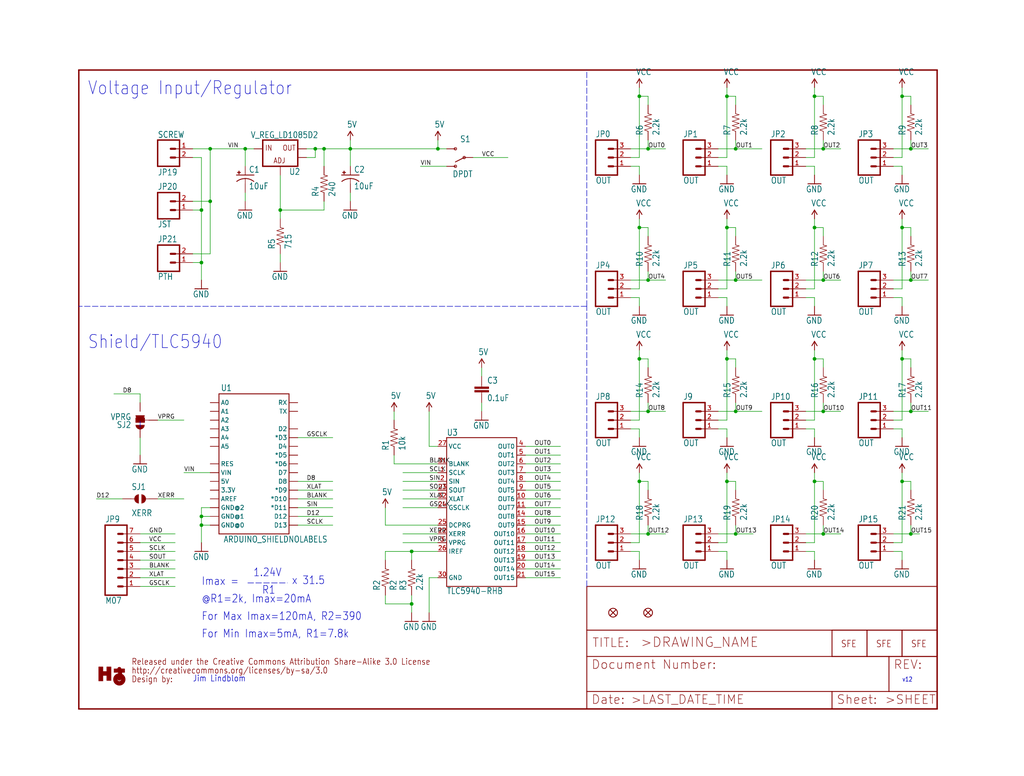
<source format=kicad_sch>
(kicad_sch (version 20211123) (generator eeschema)
  (paper "User" 297.002 225.196)
  (junction (at 261.62 66.04))
  (junction (at 101.6 43.18))
  (junction (at 60.96 43.18))
  (junction (at 71.12 43.18))
  (junction (at 264.16 43.18))
  (junction (at 261.62 139.7))
  (junction (at 210.82 27.94))
  (junction (at 236.22 104.14))
  (junction (at 213.36 154.94))
  (junction (at 236.22 66.04))
  (junction (at 185.42 27.94))
  (junction (at 185.42 104.14))
  (junction (at 236.22 139.7))
  (junction (at 213.36 119.38))
  (junction (at 264.16 119.38))
  (junction (at 58.42 60.96))
  (junction (at 127 43.18))
  (junction (at 238.76 43.18))
  (junction (at 264.16 154.94))
  (junction (at 58.42 149.86))
  (junction (at 91.44 43.18))
  (junction (at 187.96 43.18))
  (junction (at 261.62 27.94))
  (junction (at 187.96 154.94))
  (junction (at 58.42 152.4))
  (junction (at 93.98 43.18))
  (junction (at 119.38 175.26))
  (junction (at 185.42 66.04))
  (junction (at 58.42 76.2))
  (junction (at 81.28 60.96))
  (junction (at 187.96 119.38))
  (junction (at 60.96 58.42))
  (junction (at 185.42 139.7))
  (junction (at 236.22 27.94))
  (junction (at 210.82 104.14))
  (junction (at 210.82 139.7))
  (junction (at 238.76 119.38))
  (junction (at 261.62 104.14))
  (junction (at 238.76 154.94))
  (junction (at 119.38 160.02))
  (junction (at 187.96 81.28))
  (junction (at 213.36 43.18))
  (junction (at 213.36 81.28))
  (junction (at 264.16 81.28))
  (junction (at 238.76 81.28))
  (junction (at 210.82 66.04))
  (wire (pts (xy 233.68 83.82) (xy 236.22 83.82)))
  (polyline (pts (xy 170.18 170.18) (xy 170.18 88.9)))
  (wire (pts (xy 71.12 43.18) (xy 60.96 43.18)))
  (wire (pts (xy 238.76 142.24) (xy 238.76 139.7)))
  (wire (pts (xy 127 134.62) (xy 114.3 134.62)))
  (wire (pts (xy 185.42 83.82) (xy 185.42 66.04)))
  (polyline (pts (xy 170.18 88.9) (xy 170.18 20.32)))
  (wire (pts (xy 182.88 48.26) (xy 185.42 48.26)))
  (wire (pts (xy 264.16 152.4) (xy 264.16 154.94)))
  (wire (pts (xy 127 139.7) (xy 116.84 139.7)))
  (wire (pts (xy 264.16 78.74) (xy 264.16 81.28)))
  (wire (pts (xy 182.88 154.94) (xy 187.96 154.94)))
  (wire (pts (xy 259.08 86.36) (xy 261.62 86.36)))
  (wire (pts (xy 152.4 129.54) (xy 162.56 129.54)))
  (wire (pts (xy 71.12 43.18) (xy 71.12 48.26)))
  (wire (pts (xy 91.44 43.18) (xy 88.9 43.18)))
  (wire (pts (xy 182.88 43.18) (xy 187.96 43.18)))
  (wire (pts (xy 233.68 81.28) (xy 238.76 81.28)))
  (wire (pts (xy 208.28 83.82) (xy 210.82 83.82)))
  (wire (pts (xy 210.82 121.92) (xy 210.82 104.14)))
  (wire (pts (xy 264.16 104.14) (xy 261.62 104.14)))
  (wire (pts (xy 111.76 160.02) (xy 119.38 160.02)))
  (wire (pts (xy 187.96 154.94) (xy 193.04 154.94)))
  (wire (pts (xy 208.28 48.26) (xy 210.82 48.26)))
  (wire (pts (xy 127 142.24) (xy 116.84 142.24)))
  (wire (pts (xy 213.36 43.18) (xy 213.36 40.64)))
  (wire (pts (xy 127 157.48) (xy 116.84 157.48)))
  (wire (pts (xy 233.68 45.72) (xy 236.22 45.72)))
  (wire (pts (xy 208.28 43.18) (xy 213.36 43.18)))
  (wire (pts (xy 259.08 121.92) (xy 261.62 121.92)))
  (wire (pts (xy 185.42 124.46) (xy 185.42 127)))
  (wire (pts (xy 152.4 132.08) (xy 162.56 132.08)))
  (wire (pts (xy 58.42 60.96) (xy 58.42 76.2)))
  (wire (pts (xy 127 160.02) (xy 119.38 160.02)))
  (wire (pts (xy 152.4 134.62) (xy 162.56 134.62)))
  (wire (pts (xy 264.16 119.38) (xy 269.24 119.38)))
  (wire (pts (xy 213.36 139.7) (xy 210.82 139.7)))
  (wire (pts (xy 187.96 139.7) (xy 185.42 139.7)))
  (wire (pts (xy 60.96 137.16) (xy 53.34 137.16)))
  (wire (pts (xy 71.12 58.42) (xy 71.12 55.88)))
  (wire (pts (xy 152.4 154.94) (xy 162.56 154.94)))
  (wire (pts (xy 45.72 144.78) (xy 53.34 144.78)))
  (wire (pts (xy 86.36 139.7) (xy 96.52 139.7)))
  (wire (pts (xy 238.76 152.4) (xy 238.76 154.94)))
  (wire (pts (xy 119.38 160.02) (xy 119.38 162.56)))
  (wire (pts (xy 261.62 83.82) (xy 261.62 66.04)))
  (wire (pts (xy 139.7 119.38) (xy 139.7 116.84)))
  (wire (pts (xy 60.96 58.42) (xy 60.96 43.18)))
  (wire (pts (xy 261.62 160.02) (xy 261.62 162.56)))
  (wire (pts (xy 259.08 83.82) (xy 261.62 83.82)))
  (wire (pts (xy 261.62 121.92) (xy 261.62 104.14)))
  (wire (pts (xy 213.36 27.94) (xy 210.82 27.94)))
  (wire (pts (xy 40.64 154.94) (xy 50.8 154.94)))
  (wire (pts (xy 114.3 119.38) (xy 114.3 121.92)))
  (wire (pts (xy 261.62 104.14) (xy 261.62 101.6)))
  (wire (pts (xy 264.16 106.68) (xy 264.16 104.14)))
  (wire (pts (xy 129.54 43.18) (xy 127 43.18)))
  (wire (pts (xy 40.64 170.18) (xy 50.8 170.18)))
  (wire (pts (xy 236.22 121.92) (xy 236.22 104.14)))
  (wire (pts (xy 152.4 162.56) (xy 162.56 162.56)))
  (wire (pts (xy 55.88 58.42) (xy 60.96 58.42)))
  (wire (pts (xy 261.62 48.26) (xy 261.62 50.8)))
  (wire (pts (xy 238.76 106.68) (xy 238.76 104.14)))
  (wire (pts (xy 60.96 73.66) (xy 60.96 58.42)))
  (wire (pts (xy 73.66 43.18) (xy 71.12 43.18)))
  (wire (pts (xy 187.96 119.38) (xy 187.96 116.84)))
  (wire (pts (xy 213.36 68.58) (xy 213.36 66.04)))
  (wire (pts (xy 185.42 27.94) (xy 185.42 25.4)))
  (wire (pts (xy 208.28 81.28) (xy 213.36 81.28)))
  (wire (pts (xy 86.36 147.32) (xy 96.52 147.32)))
  (wire (pts (xy 259.08 160.02) (xy 261.62 160.02)))
  (wire (pts (xy 127 129.54) (xy 124.46 129.54)))
  (wire (pts (xy 187.96 106.68) (xy 187.96 104.14)))
  (wire (pts (xy 213.36 78.74) (xy 213.36 81.28)))
  (wire (pts (xy 185.42 48.26) (xy 185.42 50.8)))
  (wire (pts (xy 213.36 154.94) (xy 218.44 154.94)))
  (wire (pts (xy 93.98 60.96) (xy 81.28 60.96)))
  (wire (pts (xy 187.96 43.18) (xy 193.04 43.18)))
  (wire (pts (xy 111.76 162.56) (xy 111.76 160.02)))
  (wire (pts (xy 152.4 160.02) (xy 162.56 160.02)))
  (wire (pts (xy 208.28 45.72) (xy 210.82 45.72)))
  (wire (pts (xy 185.42 139.7) (xy 185.42 137.16)))
  (wire (pts (xy 264.16 139.7) (xy 261.62 139.7)))
  (wire (pts (xy 236.22 157.48) (xy 236.22 139.7)))
  (wire (pts (xy 185.42 157.48) (xy 185.42 139.7)))
  (wire (pts (xy 208.28 154.94) (xy 213.36 154.94)))
  (wire (pts (xy 127 167.64) (xy 124.46 167.64)))
  (wire (pts (xy 152.4 147.32) (xy 162.56 147.32)))
  (wire (pts (xy 40.64 167.64) (xy 50.8 167.64)))
  (wire (pts (xy 238.76 119.38) (xy 238.76 116.84)))
  (wire (pts (xy 233.68 160.02) (xy 236.22 160.02)))
  (wire (pts (xy 213.36 119.38) (xy 220.98 119.38)))
  (wire (pts (xy 58.42 152.4) (xy 58.42 157.48)))
  (wire (pts (xy 182.88 121.92) (xy 185.42 121.92)))
  (wire (pts (xy 55.88 43.18) (xy 60.96 43.18)))
  (wire (pts (xy 238.76 66.04) (xy 236.22 66.04)))
  (wire (pts (xy 111.76 175.26) (xy 119.38 175.26)))
  (wire (pts (xy 111.76 172.72) (xy 111.76 175.26)))
  (wire (pts (xy 187.96 104.14) (xy 185.42 104.14)))
  (wire (pts (xy 187.96 142.24) (xy 187.96 139.7)))
  (wire (pts (xy 233.68 86.36) (xy 236.22 86.36)))
  (wire (pts (xy 236.22 66.04) (xy 236.22 63.5)))
  (wire (pts (xy 55.88 45.72) (xy 58.42 45.72)))
  (wire (pts (xy 213.36 30.48) (xy 213.36 27.94)))
  (wire (pts (xy 264.16 142.24) (xy 264.16 139.7)))
  (wire (pts (xy 259.08 43.18) (xy 264.16 43.18)))
  (wire (pts (xy 210.82 160.02) (xy 210.82 162.56)))
  (wire (pts (xy 261.62 45.72) (xy 261.62 27.94)))
  (wire (pts (xy 185.42 45.72) (xy 185.42 27.94)))
  (wire (pts (xy 210.82 157.48) (xy 210.82 139.7)))
  (wire (pts (xy 213.36 106.68) (xy 213.36 104.14)))
  (wire (pts (xy 208.28 86.36) (xy 210.82 86.36)))
  (wire (pts (xy 35.56 144.78) (xy 27.94 144.78)))
  (wire (pts (xy 259.08 157.48) (xy 261.62 157.48)))
  (wire (pts (xy 264.16 119.38) (xy 264.16 116.84)))
  (wire (pts (xy 86.36 144.78) (xy 96.52 144.78)))
  (wire (pts (xy 152.4 165.1) (xy 162.56 165.1)))
  (wire (pts (xy 139.7 106.68) (xy 139.7 109.22)))
  (wire (pts (xy 259.08 45.72) (xy 261.62 45.72)))
  (wire (pts (xy 187.96 78.74) (xy 187.96 81.28)))
  (wire (pts (xy 261.62 27.94) (xy 261.62 25.4)))
  (wire (pts (xy 81.28 60.96) (xy 81.28 63.5)))
  (wire (pts (xy 259.08 119.38) (xy 264.16 119.38)))
  (wire (pts (xy 152.4 157.48) (xy 162.56 157.48)))
  (wire (pts (xy 259.08 124.46) (xy 261.62 124.46)))
  (wire (pts (xy 40.64 165.1) (xy 50.8 165.1)))
  (wire (pts (xy 182.88 119.38) (xy 187.96 119.38)))
  (wire (pts (xy 81.28 50.8) (xy 81.28 60.96)))
  (wire (pts (xy 187.96 81.28) (xy 193.04 81.28)))
  (wire (pts (xy 259.08 48.26) (xy 261.62 48.26)))
  (wire (pts (xy 238.76 81.28) (xy 243.84 81.28)))
  (wire (pts (xy 152.4 167.64) (xy 162.56 167.64)))
  (wire (pts (xy 55.88 76.2) (xy 58.42 76.2)))
  (wire (pts (xy 127 43.18) (xy 127 40.64)))
  (wire (pts (xy 58.42 149.86) (xy 58.42 152.4)))
  (wire (pts (xy 86.36 149.86) (xy 96.52 149.86)))
  (wire (pts (xy 119.38 177.8) (xy 119.38 175.26)))
  (wire (pts (xy 137.16 45.72) (xy 147.32 45.72)))
  (wire (pts (xy 40.64 116.84) (xy 40.64 114.3)))
  (polyline (pts (xy 40.64 123.952) (xy 40.64 121.92)))
  (wire (pts (xy 152.4 152.4) (xy 162.56 152.4)))
  (wire (pts (xy 238.76 27.94) (xy 236.22 27.94)))
  (wire (pts (xy 210.82 83.82) (xy 210.82 66.04)))
  (wire (pts (xy 185.42 66.04) (xy 185.42 63.5)))
  (wire (pts (xy 114.3 134.62) (xy 114.3 132.08)))
  (wire (pts (xy 233.68 121.92) (xy 236.22 121.92)))
  (wire (pts (xy 210.82 27.94) (xy 210.82 25.4)))
  (wire (pts (xy 187.96 152.4) (xy 187.96 154.94)))
  (wire (pts (xy 238.76 104.14) (xy 236.22 104.14)))
  (wire (pts (xy 182.88 83.82) (xy 185.42 83.82)))
  (wire (pts (xy 233.68 157.48) (xy 236.22 157.48)))
  (polyline (pts (xy 71.882 169.164) (xy 83.312 169.164)))
  (wire (pts (xy 127 144.78) (xy 116.84 144.78)))
  (wire (pts (xy 187.96 66.04) (xy 185.42 66.04)))
  (wire (pts (xy 86.36 127) (xy 96.52 127)))
  (wire (pts (xy 213.36 104.14) (xy 210.82 104.14)))
  (wire (pts (xy 187.96 68.58) (xy 187.96 66.04)))
  (wire (pts (xy 182.88 45.72) (xy 185.42 45.72)))
  (wire (pts (xy 238.76 78.74) (xy 238.76 81.28)))
  (wire (pts (xy 213.36 152.4) (xy 213.36 154.94)))
  (wire (pts (xy 213.36 142.24) (xy 213.36 139.7)))
  (wire (pts (xy 40.64 162.56) (xy 50.8 162.56)))
  (wire (pts (xy 236.22 83.82) (xy 236.22 66.04)))
  (wire (pts (xy 182.88 160.02) (xy 185.42 160.02)))
  (wire (pts (xy 152.4 144.78) (xy 162.56 144.78)))
  (wire (pts (xy 129.54 48.26) (xy 121.92 48.26)))
  (wire (pts (xy 210.82 48.26) (xy 210.82 50.8)))
  (wire (pts (xy 93.98 43.18) (xy 91.44 43.18)))
  (wire (pts (xy 58.42 45.72) (xy 58.42 60.96)))
  (wire (pts (xy 91.44 45.72) (xy 91.44 43.18)))
  (wire (pts (xy 238.76 30.48) (xy 238.76 27.94)))
  (wire (pts (xy 213.36 43.18) (xy 220.98 43.18)))
  (wire (pts (xy 264.16 43.18) (xy 269.24 43.18)))
  (wire (pts (xy 213.36 66.04) (xy 210.82 66.04)))
  (wire (pts (xy 152.4 142.24) (xy 162.56 142.24)))
  (wire (pts (xy 210.82 66.04) (xy 210.82 63.5)))
  (wire (pts (xy 111.76 152.4) (xy 111.76 147.32)))
  (wire (pts (xy 238.76 139.7) (xy 236.22 139.7)))
  (wire (pts (xy 264.16 81.28) (xy 269.24 81.28)))
  (wire (pts (xy 264.16 66.04) (xy 261.62 66.04)))
  (wire (pts (xy 264.16 27.94) (xy 261.62 27.94)))
  (wire (pts (xy 236.22 86.36) (xy 236.22 88.9)))
  (wire (pts (xy 182.88 86.36) (xy 185.42 86.36)))
  (wire (pts (xy 182.88 124.46) (xy 185.42 124.46)))
  (wire (pts (xy 208.28 121.92) (xy 210.82 121.92)))
  (wire (pts (xy 210.82 45.72) (xy 210.82 27.94)))
  (wire (pts (xy 259.08 81.28) (xy 264.16 81.28)))
  (wire (pts (xy 236.22 124.46) (xy 236.22 127)))
  (wire (pts (xy 233.68 43.18) (xy 238.76 43.18)))
  (wire (pts (xy 233.68 48.26) (xy 236.22 48.26)))
  (wire (pts (xy 185.42 160.02) (xy 185.42 162.56)))
  (wire (pts (xy 236.22 45.72) (xy 236.22 27.94)))
  (wire (pts (xy 101.6 43.18) (xy 101.6 48.26)))
  (wire (pts (xy 93.98 58.42) (xy 93.98 60.96)))
  (wire (pts (xy 93.98 43.18) (xy 101.6 43.18)))
  (wire (pts (xy 233.68 119.38) (xy 238.76 119.38)))
  (wire (pts (xy 152.4 139.7) (xy 162.56 139.7)))
  (wire (pts (xy 185.42 86.36) (xy 185.42 88.9)))
  (wire (pts (xy 86.36 142.24) (xy 96.52 142.24)))
  (wire (pts (xy 40.64 132.08) (xy 40.64 127)))
  (wire (pts (xy 264.16 43.18) (xy 264.16 40.64)))
  (wire (pts (xy 236.22 104.14) (xy 236.22 101.6)))
  (wire (pts (xy 55.88 73.66) (xy 60.96 73.66)))
  (wire (pts (xy 60.96 149.86) (xy 58.42 149.86)))
  (wire (pts (xy 127 152.4) (xy 111.76 152.4)))
  (wire (pts (xy 213.36 81.28) (xy 220.98 81.28)))
  (wire (pts (xy 238.76 43.18) (xy 243.84 43.18)))
  (wire (pts (xy 236.22 48.26) (xy 236.22 50.8)))
  (wire (pts (xy 127 154.94) (xy 116.84 154.94)))
  (wire (pts (xy 58.42 147.32) (xy 58.42 149.86)))
  (wire (pts (xy 264.16 68.58) (xy 264.16 66.04)))
  (wire (pts (xy 40.64 114.3) (xy 33.02 114.3)))
  (wire (pts (xy 238.76 43.18) (xy 238.76 40.64)))
  (wire (pts (xy 213.36 119.38) (xy 213.36 116.84)))
  (wire (pts (xy 261.62 157.48) (xy 261.62 139.7)))
  (wire (pts (xy 182.88 81.28) (xy 187.96 81.28)))
  (wire (pts (xy 210.82 139.7) (xy 210.82 137.16)))
  (wire (pts (xy 127 147.32) (xy 116.84 147.32)))
  (wire (pts (xy 93.98 48.26) (xy 93.98 43.18)))
  (wire (pts (xy 210.82 104.14) (xy 210.82 101.6)))
  (wire (pts (xy 60.96 147.32) (xy 58.42 147.32)))
  (wire (pts (xy 208.28 119.38) (xy 213.36 119.38)))
  (wire (pts (xy 261.62 66.04) (xy 261.62 63.5)))
  (wire (pts (xy 259.08 154.94) (xy 264.16 154.94)))
  (wire (pts (xy 264.16 154.94) (xy 266.7 154.94)))
  (wire (pts (xy 261.62 86.36) (xy 261.62 88.9)))
  (wire (pts (xy 40.64 160.02) (xy 50.8 160.02)))
  (wire (pts (xy 40.64 157.48) (xy 50.8 157.48)))
  (wire (pts (xy 210.82 86.36) (xy 210.82 88.9)))
  (wire (pts (xy 101.6 58.42) (xy 101.6 55.88)))
  (wire (pts (xy 101.6 43.18) (xy 101.6 40.64)))
  (wire (pts (xy 208.28 157.48) (xy 210.82 157.48)))
  (wire (pts (xy 261.62 139.7) (xy 261.62 137.16)))
  (wire (pts (xy 182.88 157.48) (xy 185.42 157.48)))
  (wire (pts (xy 119.38 175.26) (xy 119.38 172.72)))
  (wire (pts (xy 185.42 104.14) (xy 185.42 101.6)))
  (wire (pts (xy 187.96 43.18) (xy 187.96 40.64)))
  (wire (pts (xy 185.42 121.92) (xy 185.42 104.14)))
  (wire (pts (xy 60.96 152.4) (xy 58.42 152.4)))
  (wire (pts (xy 233.68 154.94) (xy 238.76 154.94)))
  (wire (pts (xy 127 137.16) (xy 116.84 137.16)))
  (wire (pts (xy 152.4 137.16) (xy 162.56 137.16)))
  (wire (pts (xy 86.36 152.4) (xy 96.52 152.4)))
  (wire (pts (xy 238.76 154.94) (xy 243.84 154.94)))
  (wire (pts (xy 187.96 30.48) (xy 187.96 27.94)))
  (wire (pts (xy 236.22 160.02) (xy 236.22 162.56)))
  (wire (pts (xy 187.96 27.94) (xy 185.42 27.94)))
  (wire (pts (xy 236.22 27.94) (xy 236.22 25.4)))
  (wire (pts (xy 58.42 76.2) (xy 58.42 81.28)))
  (wire (pts (xy 127 43.18) (xy 101.6 43.18)))
  (wire (pts (xy 233.68 124.46) (xy 236.22 124.46)))
  (wire (pts (xy 208.28 124.46) (xy 210.82 124.46)))
  (wire (pts (xy 210.82 124.46) (xy 210.82 127)))
  (wire (pts (xy 238.76 68.58) (xy 238.76 66.04)))
  (wire (pts (xy 45.72 121.92) (xy 53.34 121.92)))
  (wire (pts (xy 81.28 76.2) (xy 81.28 73.66)))
  (wire (pts (xy 88.9 45.72) (xy 91.44 45.72)))
  (polyline (pts (xy 170.18 88.9) (xy 22.86 88.9)))
  (wire (pts (xy 261.62 124.46) (xy 261.62 127)))
  (wire (pts (xy 124.46 167.64) (xy 124.46 177.8)))
  (wire (pts (xy 55.88 60.96) (xy 58.42 60.96)))
  (wire (pts (xy 124.46 129.54) (xy 124.46 119.38)))
  (wire (pts (xy 152.4 149.86) (xy 162.56 149.86)))
  (wire (pts (xy 236.22 139.7) (xy 236.22 137.16)))
  (wire (pts (xy 208.28 160.02) (xy 210.82 160.02)))
  (wire (pts (xy 238.76 119.38) (xy 243.84 119.38)))
  (wire (pts (xy 264.16 30.48) (xy 264.16 27.94)))
  (wire (pts (xy 187.96 119.38) (xy 193.04 119.38)))
  (text "Shield/TLC5940" (at 25.4 101.6 180) (effects (font (size 3.81 3.2385)) (justify left bottom)))
  (text "v12" (at 261.62 198.12 180) (effects (font (size 1.27 1.0795)) (justify left bottom)))
  (text "1.24V" (at 73.406 167.64 180) (effects (font (size 2.286 1.9431)) (justify left bottom)))
  (text "Imax =" (at 58.42 170.18 180) (effects (font (size 2.286 1.9431)) (justify left bottom)))
  (text "Voltage Input/Regulator" (at 25.4 27.94 180) (effects (font (size 3.81 3.2385)) (justify left bottom)))
  (text "Jim Lindblom" (at 55.88 198.12 180) (effects (font (size 1.778 1.5113)) (justify left bottom)))
  (text "R1" (at 75.946 172.72 180) (effects (font (size 2.286 1.9431)) (justify left bottom)))
  (text "@R1=2k, Imax=20mA" (at 58.42 175.26 180) (effects (font (size 2.286 1.9431)) (justify left bottom)))
  (text "For Max Imax=120mA, R2=390" (at 58.42 180.34 180) (effects (font (size 2.286 1.9431)) (justify left bottom)))
  (text "For Min Imax=5mA, R1=7.8k" (at 58.42 185.42 180) (effects (font (size 2.286 1.9431)) (justify left bottom)))
  (text "x 31.5" (at 84.582 169.926 180) (effects (font (size 2.286 1.9431)) (justify left bottom)))
  (label "OUT1" (at 154.94 132.08 0) (effects (font (size 1.2446 1.2446))))
  (label "GSCLK" (at 43.18 170.18 0) (effects (font (size 1.2446 1.2446))))
  (label "OUT2" (at 238.76 43.18 0) (effects (font (size 1.2446 1.2446))))
  (label "VCC" (at 139.7 45.72 0) (effects (font (size 1.2446 1.2446))))
  (label "D8" (at 35.56 114.3 0) (effects (font (size 1.2446 1.2446))))
  (label "OUT15" (at 154.94 167.64 0) (effects (font (size 1.2446 1.2446))))
  (label "OUT0" (at 154.94 129.54 0) (effects (font (size 1.2446 1.2446))))
  (label "OUT12" (at 154.94 160.02 0) (effects (font (size 1.2446 1.2446))))
  (label "SCLK" (at 43.18 160.02 0) (effects (font (size 1.2446 1.2446))))
  (label "OUT11" (at 264.16 119.38 0) (effects (font (size 1.2446 1.2446))))
  (label "OUT9" (at 154.94 152.4 0) (effects (font (size 1.2446 1.2446))))
  (label "VPRG" (at 45.72 121.92 0) (effects (font (size 1.2446 1.2446))))
  (label "OUT9" (at 213.36 119.38 0) (effects (font (size 1.2446 1.2446))))
  (label "OUT0" (at 187.96 43.18 0) (effects (font (size 1.2446 1.2446))))
  (label "SIN" (at 124.46 139.7 0) (effects (font (size 1.2446 1.2446))))
  (label "BLANK" (at 124.46 134.62 0) (effects (font (size 1.2446 1.2446))))
  (label "VIN" (at 66.04 43.18 0) (effects (font (size 1.2446 1.2446))))
  (label "SCLK" (at 88.9 152.4 0) (effects (font (size 1.2446 1.2446))))
  (label "SOUT" (at 124.46 142.24 0) (effects (font (size 1.2446 1.2446))))
  (label "OUT10" (at 238.76 119.38 0) (effects (font (size 1.2446 1.2446))))
  (label "VPRG" (at 124.46 157.48 0) (effects (font (size 1.2446 1.2446))))
  (label "OUT11" (at 154.94 157.48 0) (effects (font (size 1.2446 1.2446))))
  (label "GSCLK" (at 124.46 147.32 0) (effects (font (size 1.2446 1.2446))))
  (label "OUT3" (at 154.94 137.16 0) (effects (font (size 1.2446 1.2446))))
  (label "D8" (at 88.9 139.7 0) (effects (font (size 1.2446 1.2446))))
  (label "OUT3" (at 264.16 43.18 0) (effects (font (size 1.2446 1.2446))))
  (label "VCC" (at 43.18 157.48 0) (effects (font (size 1.2446 1.2446))))
  (label "OUT7" (at 154.94 147.32 0) (effects (font (size 1.2446 1.2446))))
  (label "OUT4" (at 187.96 81.28 0) (effects (font (size 1.2446 1.2446))))
  (label "OUT1" (at 213.36 43.18 0) (effects (font (size 1.2446 1.2446))))
  (label "OUT14" (at 238.76 154.94 0) (effects (font (size 1.2446 1.2446))))
  (label "GND" (at 43.18 154.94 0) (effects (font (size 1.2446 1.2446))))
  (label "VIN" (at 121.92 48.26 0) (effects (font (size 1.2446 1.2446))))
  (label "OUT6" (at 154.94 144.78 0) (effects (font (size 1.2446 1.2446))))
  (label "XLAT" (at 43.18 167.64 0) (effects (font (size 1.2446 1.2446))))
  (label "OUT14" (at 154.94 165.1 0) (effects (font (size 1.2446 1.2446))))
  (label "D12" (at 27.94 144.78 0) (effects (font (size 1.2446 1.2446))))
  (label "OUT2" (at 154.94 134.62 0) (effects (font (size 1.2446 1.2446))))
  (label "OUT12" (at 187.96 154.94 0) (effects (font (size 1.2446 1.2446))))
  (label "VIN" (at 53.34 137.16 0) (effects (font (size 1.2446 1.2446))))
  (label "OUT7" (at 264.16 81.28 0) (effects (font (size 1.2446 1.2446))))
  (label "SIN" (at 88.9 147.32 0) (effects (font (size 1.2446 1.2446))))
  (label "OUT13" (at 213.36 154.94 0) (effects (font (size 1.2446 1.2446))))
  (label "OUT8" (at 187.96 119.38 0) (effects (font (size 1.2446 1.2446))))
  (label "XERR" (at 45.72 144.78 0) (effects (font (size 1.2446 1.2446))))
  (label "OUT13" (at 154.94 162.56 0) (effects (font (size 1.2446 1.2446))))
  (label "OUT8" (at 154.94 149.86 0) (effects (font (size 1.2446 1.2446))))
  (label "SOUT" (at 43.18 162.56 0) (effects (font (size 1.2446 1.2446))))
  (label "OUT4" (at 154.94 139.7 0) (effects (font (size 1.2446 1.2446))))
  (label "OUT6" (at 238.76 81.28 0) (effects (font (size 1.2446 1.2446))))
  (label "OUT5" (at 213.36 81.28 0) (effects (font (size 1.2446 1.2446))))
  (label "D12" (at 88.9 149.86 0) (effects (font (size 1.2446 1.2446))))
  (label "OUT10" (at 154.94 154.94 0) (effects (font (size 1.2446 1.2446))))
  (label "OUT15" (at 264.16 154.94 0) (effects (font (size 1.2446 1.2446))))
  (label "XLAT" (at 124.46 144.78 0) (effects (font (size 1.2446 1.2446))))
  (label "OUT5" (at 154.94 142.24 0) (effects (font (size 1.2446 1.2446))))
  (label "XLAT" (at 88.9 142.24 0) (effects (font (size 1.2446 1.2446))))
  (label "GSCLK" (at 88.9 127 0) (effects (font (size 1.2446 1.2446))))
  (label "BLANK" (at 43.18 165.1 0) (effects (font (size 1.2446 1.2446))))
  (label "BLANK" (at 88.9 144.78 0) (effects (font (size 1.2446 1.2446))))
  (label "XERR" (at 124.46 154.94 0) (effects (font (size 1.2446 1.2446))))
  (label "SCLK" (at 124.46 137.16 0) (effects (font (size 1.2446 1.2446))))
  (symbol (lib_id "eagleSchem-eagle-import:VCC") (at 185.42 25.4 0) (unit 1)
    (property "Reference" "#P+3" (effects hide))
    (property "Value" "VCC" (at 184.404 21.844 0) (effects (font (size 1.778 1.5113)) (justify left bottom)))
    (property "Footprint" "eagleSchem:" (effects hide))
  )
  (symbol (lib_id "eagleSchem-eagle-import:GND") (at 210.82 129.54 0) (unit 1)
    (property "Reference" "#GND10" (effects hide))
    (property "Value" "GND" (at 208.28 132.08 0) (effects (font (size 1.778 1.5113)) (justify left bottom)))
    (property "Footprint" "eagleSchem:" (effects hide))
  )
  (symbol (lib_id "eagleSchem-eagle-import:M03PTH") (at 200.66 121.92 0) (unit 1)
    (property "Reference" "J9" (at 198.12 116.078 0) (effects (font (size 1.778 1.5113)) (justify left bottom)))
    (property "Value" "OUT" (at 198.12 129.54 0) (effects (font (size 1.778 1.5113)) (justify left bottom)))
    (property "Footprint" "eagleSchem:1X03" (effects hide))
  )
  (symbol (lib_id "eagleSchem-eagle-import:SOLDERJUMPERNO") (at 40.64 144.78 0) (unit 1)
    (property "Reference" "SJ1" (at 38.1 142.24 0) (effects (font (size 1.778 1.5113)) (justify left bottom)))
    (property "Value" "XERR" (at 38.1 149.86 0) (effects (font (size 1.778 1.5113)) (justify left bottom)))
    (property "Footprint" "eagleSchem:SJ_2S-NO" (effects hide))
  )
  (symbol (lib_id "eagleSchem-eagle-import:V_REG_LD1085D2") (at 81.28 43.18 0) (unit 1)
    (property "Reference" "U2" (at 83.82 50.8 0) (effects (font (size 1.778 1.5113)) (justify left bottom)))
    (property "Value" "V_REG_LD1085D2" (at 72.644 40.132 0) (effects (font (size 1.778 1.5113)) (justify left bottom)))
    (property "Footprint" "eagleSchem:D2PACK_A" (effects hide))
  )
  (symbol (lib_id "eagleSchem-eagle-import:GND") (at 261.62 53.34 0) (unit 1)
    (property "Reference" "#GND16" (effects hide))
    (property "Value" "GND" (at 259.08 55.88 0) (effects (font (size 1.778 1.5113)) (justify left bottom)))
    (property "Footprint" "eagleSchem:" (effects hide))
  )
  (symbol (lib_id "eagleSchem-eagle-import:M03PTH") (at 251.46 157.48 0) (unit 1)
    (property "Reference" "JP15" (at 248.92 151.638 0) (effects (font (size 1.778 1.5113)) (justify left bottom)))
    (property "Value" "OUT" (at 248.92 165.1 0) (effects (font (size 1.778 1.5113)) (justify left bottom)))
    (property "Footprint" "eagleSchem:1X03" (effects hide))
  )
  (symbol (lib_id "eagleSchem-eagle-import:GND") (at 185.42 165.1 0) (unit 1)
    (property "Reference" "#GND7" (effects hide))
    (property "Value" "GND" (at 182.88 167.64 0) (effects (font (size 1.778 1.5113)) (justify left bottom)))
    (property "Footprint" "eagleSchem:" (effects hide))
  )
  (symbol (lib_id "eagleSchem-eagle-import:GND") (at 236.22 165.1 0) (unit 1)
    (property "Reference" "#GND15" (effects hide))
    (property "Value" "GND" (at 233.68 167.64 0) (effects (font (size 1.778 1.5113)) (justify left bottom)))
    (property "Footprint" "eagleSchem:" (effects hide))
  )
  (symbol (lib_id "eagleSchem-eagle-import:LOGO-SFENW2") (at 264.16 187.96 0) (unit 1)
    (property "Reference" "JP18" (effects hide))
    (property "Value" "LOGO-SFENW2" (effects hide))
    (property "Footprint" "eagleSchem:SFE-NEW-WEB" (effects hide))
  )
  (symbol (lib_id "eagleSchem-eagle-import:RESISTOR0402-RES") (at 264.16 73.66 90) (unit 1)
    (property "Reference" "R13" (at 262.6614 77.47 0) (effects (font (size 1.778 1.5113)) (justify left bottom)))
    (property "Value" "2.2k" (at 267.462 77.47 0) (effects (font (size 1.778 1.5113)) (justify left bottom)))
    (property "Footprint" "eagleSchem:0402-RES" (effects hide))
  )
  (symbol (lib_id "eagleSchem-eagle-import:GND") (at 185.42 129.54 0) (unit 1)
    (property "Reference" "#GND6" (effects hide))
    (property "Value" "GND" (at 182.88 132.08 0) (effects (font (size 1.778 1.5113)) (justify left bottom)))
    (property "Footprint" "eagleSchem:" (effects hide))
  )
  (symbol (lib_id "eagleSchem-eagle-import:M03PTH") (at 251.46 83.82 0) (unit 1)
    (property "Reference" "JP7" (at 248.92 77.978 0) (effects (font (size 1.778 1.5113)) (justify left bottom)))
    (property "Value" "OUT" (at 248.92 91.44 0) (effects (font (size 1.778 1.5113)) (justify left bottom)))
    (property "Footprint" "eagleSchem:1X03" (effects hide))
  )
  (symbol (lib_id "eagleSchem-eagle-import:RESISTOR0402-RES") (at 119.38 167.64 90) (unit 1)
    (property "Reference" "R3" (at 117.8814 171.45 0) (effects (font (size 1.778 1.5113)) (justify left bottom)))
    (property "Value" "2.2k" (at 122.682 171.45 0) (effects (font (size 1.778 1.5113)) (justify left bottom)))
    (property "Footprint" "eagleSchem:0402-RES" (effects hide))
  )
  (symbol (lib_id "eagleSchem-eagle-import:GND") (at 58.42 83.82 0) (unit 1)
    (property "Reference" "#GND24" (effects hide))
    (property "Value" "GND" (at 55.88 86.36 0) (effects (font (size 1.778 1.5113)) (justify left bottom)))
    (property "Footprint" "eagleSchem:" (effects hide))
  )
  (symbol (lib_id "eagleSchem-eagle-import:VCC") (at 236.22 101.6 0) (unit 1)
    (property "Reference" "#P+13" (effects hide))
    (property "Value" "VCC" (at 235.204 98.044 0) (effects (font (size 1.778 1.5113)) (justify left bottom)))
    (property "Footprint" "eagleSchem:" (effects hide))
  )
  (symbol (lib_id "eagleSchem-eagle-import:M02PTH") (at 48.26 76.2 0) (unit 1)
    (property "Reference" "JP21" (at 45.72 70.358 0) (effects (font (size 1.778 1.5113)) (justify left bottom)))
    (property "Value" "PTH" (at 45.72 81.28 0) (effects (font (size 1.778 1.5113)) (justify left bottom)))
    (property "Footprint" "eagleSchem:1X02" (effects hide))
  )
  (symbol (lib_id "eagleSchem-eagle-import:RESISTOR0402-RES") (at 187.96 147.32 90) (unit 1)
    (property "Reference" "R18" (at 186.4614 151.13 0) (effects (font (size 1.778 1.5113)) (justify left bottom)))
    (property "Value" "2.2k" (at 191.262 151.13 0) (effects (font (size 1.778 1.5113)) (justify left bottom)))
    (property "Footprint" "eagleSchem:0402-RES" (effects hide))
  )
  (symbol (lib_id "eagleSchem-eagle-import:RESISTOR0402-RES") (at 264.16 111.76 90) (unit 1)
    (property "Reference" "R17" (at 262.6614 115.57 0) (effects (font (size 1.778 1.5113)) (justify left bottom)))
    (property "Value" "2.2k" (at 267.462 115.57 0) (effects (font (size 1.778 1.5113)) (justify left bottom)))
    (property "Footprint" "eagleSchem:0402-RES" (effects hide))
  )
  (symbol (lib_id "eagleSchem-eagle-import:FRAME-LETTER") (at 22.86 205.74 0) (unit 1)
    (property "Reference" "#FRAME1" (effects hide))
    (property "Value" "FRAME-LETTER" (effects hide))
    (property "Footprint" "eagleSchem:" (effects hide))
  )
  (symbol (lib_id "eagleSchem-eagle-import:VCC") (at 185.42 63.5 0) (unit 1)
    (property "Reference" "#P+4" (effects hide))
    (property "Value" "VCC" (at 184.404 59.944 0) (effects (font (size 1.778 1.5113)) (justify left bottom)))
    (property "Footprint" "eagleSchem:" (effects hide))
  )
  (symbol (lib_id "eagleSchem-eagle-import:CREATIVE_COMMONS") (at 38.1 198.12 0) (unit 1)
    (property "Reference" "U$2" (effects hide))
    (property "Value" "CREATIVE_COMMONS" (effects hide))
    (property "Footprint" "eagleSchem:CREATIVE_COMMONS" (effects hide))
  )
  (symbol (lib_id "eagleSchem-eagle-import:RESISTOR0402-RES") (at 187.96 73.66 90) (unit 1)
    (property "Reference" "R10" (at 186.4614 77.47 0) (effects (font (size 1.778 1.5113)) (justify left bottom)))
    (property "Value" "2.2k" (at 191.262 77.47 0) (effects (font (size 1.778 1.5113)) (justify left bottom)))
    (property "Footprint" "eagleSchem:0402-RES" (effects hide))
  )
  (symbol (lib_id "eagleSchem-eagle-import:RESISTOR0402-RES") (at 238.76 147.32 90) (unit 1)
    (property "Reference" "R20" (at 237.2614 151.13 0) (effects (font (size 1.778 1.5113)) (justify left bottom)))
    (property "Value" "2.2k" (at 242.062 151.13 0) (effects (font (size 1.778 1.5113)) (justify left bottom)))
    (property "Footprint" "eagleSchem:0402-RES" (effects hide))
  )
  (symbol (lib_id "eagleSchem-eagle-import:RESISTOR0402-RES") (at 213.36 111.76 90) (unit 1)
    (property "Reference" "R15" (at 211.8614 115.57 0) (effects (font (size 1.778 1.5113)) (justify left bottom)))
    (property "Value" "2.2k" (at 216.662 115.57 0) (effects (font (size 1.778 1.5113)) (justify left bottom)))
    (property "Footprint" "eagleSchem:0402-RES" (effects hide))
  )
  (symbol (lib_id "eagleSchem-eagle-import:GND") (at 185.42 91.44 0) (unit 1)
    (property "Reference" "#GND5" (effects hide))
    (property "Value" "GND" (at 182.88 93.98 0) (effects (font (size 1.778 1.5113)) (justify left bottom)))
    (property "Footprint" "eagleSchem:" (effects hide))
  )
  (symbol (lib_id "eagleSchem-eagle-import:VCC") (at 236.22 25.4 0) (unit 1)
    (property "Reference" "#P+11" (effects hide))
    (property "Value" "VCC" (at 235.204 21.844 0) (effects (font (size 1.778 1.5113)) (justify left bottom)))
    (property "Footprint" "eagleSchem:" (effects hide))
  )
  (symbol (lib_id "eagleSchem-eagle-import:M03PTH") (at 175.26 83.82 0) (unit 1)
    (property "Reference" "JP4" (at 172.72 77.978 0) (effects (font (size 1.778 1.5113)) (justify left bottom)))
    (property "Value" "OUT" (at 172.72 91.44 0) (effects (font (size 1.778 1.5113)) (justify left bottom)))
    (property "Footprint" "eagleSchem:1X03" (effects hide))
  )
  (symbol (lib_id "eagleSchem-eagle-import:VCC") (at 210.82 25.4 0) (unit 1)
    (property "Reference" "#P+7" (effects hide))
    (property "Value" "VCC" (at 209.804 21.844 0) (effects (font (size 1.778 1.5113)) (justify left bottom)))
    (property "Footprint" "eagleSchem:" (effects hide))
  )
  (symbol (lib_id "eagleSchem-eagle-import:OSHW-LOGOORB") (at 25.4 200.66 0) (unit 1)
    (property "Reference" "U$1" (effects hide))
    (property "Value" "OSHW-LOGOORB" (effects hide))
    (property "Footprint" "eagleSchem:OSHW-LOGO-GO" (effects hide))
  )
  (symbol (lib_id "eagleSchem-eagle-import:GND") (at 210.82 91.44 0) (unit 1)
    (property "Reference" "#GND9" (effects hide))
    (property "Value" "GND" (at 208.28 93.98 0) (effects (font (size 1.778 1.5113)) (justify left bottom)))
    (property "Footprint" "eagleSchem:" (effects hide))
  )
  (symbol (lib_id "eagleSchem-eagle-import:M03PTH") (at 226.06 83.82 0) (unit 1)
    (property "Reference" "JP6" (at 223.52 77.978 0) (effects (font (size 1.778 1.5113)) (justify left bottom)))
    (property "Value" "OUT" (at 223.52 91.44 0) (effects (font (size 1.778 1.5113)) (justify left bottom)))
    (property "Footprint" "eagleSchem:1X03" (effects hide))
  )
  (symbol (lib_id "eagleSchem-eagle-import:GND") (at 261.62 165.1 0) (unit 1)
    (property "Reference" "#GND19" (effects hide))
    (property "Value" "GND" (at 259.08 167.64 0) (effects (font (size 1.778 1.5113)) (justify left bottom)))
    (property "Footprint" "eagleSchem:" (effects hide))
  )
  (symbol (lib_id "eagleSchem-eagle-import:M03PTH") (at 251.46 45.72 0) (unit 1)
    (property "Reference" "JP3" (at 248.92 39.878 0) (effects (font (size 1.778 1.5113)) (justify left bottom)))
    (property "Value" "OUT" (at 248.92 53.34 0) (effects (font (size 1.778 1.5113)) (justify left bottom)))
    (property "Footprint" "eagleSchem:1X03" (effects hide))
  )
  (symbol (lib_id "eagleSchem-eagle-import:SWITCH-SPSTSMD") (at 134.62 45.72 180) (unit 1)
    (property "Reference" "S1" (at 136.525 39.37 0) (effects (font (size 1.778 1.5113)) (justify left bottom)))
    (property "Value" "DPDT" (at 137.16 49.53 0) (effects (font (size 1.778 1.5113)) (justify left bottom)))
    (property "Footprint" "eagleSchem:AYZ0202" (effects hide))
  )
  (symbol (lib_id "eagleSchem-eagle-import:M03PTH") (at 200.66 45.72 0) (unit 1)
    (property "Reference" "JP1" (at 198.12 39.878 0) (effects (font (size 1.778 1.5113)) (justify left bottom)))
    (property "Value" "OUT" (at 198.12 53.34 0) (effects (font (size 1.778 1.5113)) (justify left bottom)))
    (property "Footprint" "eagleSchem:1X03" (effects hide))
  )
  (symbol (lib_id "eagleSchem-eagle-import:FIDUCIAL1X2") (at 177.8 177.8 0) (unit 1)
    (property "Reference" "JP22" (effects hide))
    (property "Value" "FIDUCIAL1X2" (effects hide))
    (property "Footprint" "eagleSchem:FIDUCIAL-1X2" (effects hide))
  )
  (symbol (lib_id "eagleSchem-eagle-import:GND") (at 236.22 53.34 0) (unit 1)
    (property "Reference" "#GND12" (effects hide))
    (property "Value" "GND" (at 233.68 55.88 0) (effects (font (size 1.778 1.5113)) (justify left bottom)))
    (property "Footprint" "eagleSchem:" (effects hide))
  )
  (symbol (lib_id "eagleSchem-eagle-import:VCC") (at 236.22 137.16 0) (unit 1)
    (property "Reference" "#P+14" (effects hide))
    (property "Value" "VCC" (at 235.204 133.604 0) (effects (font (size 1.778 1.5113)) (justify left bottom)))
    (property "Footprint" "eagleSchem:" (effects hide))
  )
  (symbol (lib_id "eagleSchem-eagle-import:RESISTOR0402-RES") (at 93.98 53.34 90) (unit 1)
    (property "Reference" "R4" (at 92.4814 57.15 0) (effects (font (size 1.778 1.5113)) (justify left bottom)))
    (property "Value" "240" (at 97.282 57.15 0) (effects (font (size 1.778 1.5113)) (justify left bottom)))
    (property "Footprint" "eagleSchem:0402-RES" (effects hide))
  )
  (symbol (lib_id "eagleSchem-eagle-import:M03PTH") (at 200.66 83.82 0) (unit 1)
    (property "Reference" "JP5" (at 198.12 77.978 0) (effects (font (size 1.778 1.5113)) (justify left bottom)))
    (property "Value" "OUT" (at 198.12 91.44 0) (effects (font (size 1.778 1.5113)) (justify left bottom)))
    (property "Footprint" "eagleSchem:1X03" (effects hide))
  )
  (symbol (lib_id "eagleSchem-eagle-import:LOGO-SFESK") (at 243.84 187.96 0) (unit 1)
    (property "Reference" "JP17" (effects hide))
    (property "Value" "LOGO-SFESK" (effects hide))
    (property "Footprint" "eagleSchem:SFE-LOGO-FLAME" (effects hide))
  )
  (symbol (lib_id "eagleSchem-eagle-import:M03PTH") (at 226.06 157.48 0) (unit 1)
    (property "Reference" "JP14" (at 223.52 151.638 0) (effects (font (size 1.778 1.5113)) (justify left bottom)))
    (property "Value" "OUT" (at 223.52 165.1 0) (effects (font (size 1.778 1.5113)) (justify left bottom)))
    (property "Footprint" "eagleSchem:1X03" (effects hide))
  )
  (symbol (lib_id "eagleSchem-eagle-import:M03PTH") (at 175.26 157.48 0) (unit 1)
    (property "Reference" "JP12" (at 172.72 151.638 0) (effects (font (size 1.778 1.5113)) (justify left bottom)))
    (property "Value" "OUT" (at 172.72 165.1 0) (effects (font (size 1.778 1.5113)) (justify left bottom)))
    (property "Footprint" "eagleSchem:1X03" (effects hide))
  )
  (symbol (lib_id "eagleSchem-eagle-import:5V") (at 139.7 106.68 0) (unit 1)
    (property "Reference" "#U$9" (effects hide))
    (property "Value" "5V" (at 138.684 103.124 0) (effects (font (size 1.778 1.5113)) (justify left bottom)))
    (property "Footprint" "eagleSchem:" (effects hide))
  )
  (symbol (lib_id "eagleSchem-eagle-import:GND") (at 261.62 129.54 0) (unit 1)
    (property "Reference" "#GND18" (effects hide))
    (property "Value" "GND" (at 259.08 132.08 0) (effects (font (size 1.778 1.5113)) (justify left bottom)))
    (property "Footprint" "eagleSchem:" (effects hide))
  )
  (symbol (lib_id "eagleSchem-eagle-import:RESISTOR0402-RES") (at 238.76 111.76 90) (unit 1)
    (property "Reference" "R16" (at 237.2614 115.57 0) (effects (font (size 1.778 1.5113)) (justify left bottom)))
    (property "Value" "2.2k" (at 242.062 115.57 0) (effects (font (size 1.778 1.5113)) (justify left bottom)))
    (property "Footprint" "eagleSchem:0402-RES" (effects hide))
  )
  (symbol (lib_id "eagleSchem-eagle-import:ARDUINO_SHIELDNOLABELS") (at 73.66 134.62 0) (unit 1)
    (property "Reference" "U1" (at 64.008 113.538 0) (effects (font (size 1.778 1.5113)) (justify left bottom)))
    (property "Value" "ARDUINO_SHIELDNOLABELS" (at 64.77 157.48 0) (effects (font (size 1.778 1.5113)) (justify left bottom)))
    (property "Footprint" "eagleSchem:DUEMILANOVE_SHIELD_NOLABELS" (effects hide))
  )
  (symbol (lib_id "eagleSchem-eagle-import:SOLDERJUMPER_2WAYS") (at 40.64 121.92 180) (unit 1)
    (property "Reference" "SJ2" (at 38.1 122.301 0) (effects (font (size 1.778 1.5113)) (justify left bottom)))
    (property "Value" "VPRG" (at 38.1 120.015 0) (effects (font (size 1.778 1.5113)) (justify left bottom)))
    (property "Footprint" "eagleSchem:SJ_3" (effects hide))
  )
  (symbol (lib_id "eagleSchem-eagle-import:RESISTOR0402-RES") (at 114.3 127 90) (unit 1)
    (property "Reference" "R1" (at 112.8014 130.81 0) (effects (font (size 1.778 1.5113)) (justify left bottom)))
    (property "Value" "10k" (at 117.602 130.81 0) (effects (font (size 1.778 1.5113)) (justify left bottom)))
    (property "Footprint" "eagleSchem:0402-RES" (effects hide))
  )
  (symbol (lib_id "eagleSchem-eagle-import:GND") (at 40.64 134.62 0) (unit 1)
    (property "Reference" "#GND3" (effects hide))
    (property "Value" "GND" (at 38.1 137.16 0) (effects (font (size 1.778 1.5113)) (justify left bottom)))
    (property "Footprint" "eagleSchem:" (effects hide))
  )
  (symbol (lib_id "eagleSchem-eagle-import:GND") (at 139.7 121.92 0) (unit 1)
    (property "Reference" "#GND25" (effects hide))
    (property "Value" "GND" (at 137.16 124.46 0) (effects (font (size 1.778 1.5113)) (justify left bottom)))
    (property "Footprint" "eagleSchem:" (effects hide))
  )
  (symbol (lib_id "eagleSchem-eagle-import:VCC") (at 261.62 25.4 0) (unit 1)
    (property "Reference" "#P+15" (effects hide))
    (property "Value" "VCC" (at 260.604 21.844 0) (effects (font (size 1.778 1.5113)) (justify left bottom)))
    (property "Footprint" "eagleSchem:" (effects hide))
  )
  (symbol (lib_id "eagleSchem-eagle-import:RESISTORAXIAL-0.3") (at 111.76 167.64 90) (unit 1)
    (property "Reference" "R2" (at 110.2614 171.45 0) (effects (font (size 1.778 1.5113)) (justify left bottom)))
    (property "Value" "R2" (at 115.062 171.45 0) (effects (font (size 1.778 1.5113)) (justify left bottom)))
    (property "Footprint" "eagleSchem:AXIAL-0.3" (effects hide))
  )
  (symbol (lib_id "eagleSchem-eagle-import:FIDUCIAL1X2") (at 187.96 177.8 0) (unit 1)
    (property "Reference" "JP23" (effects hide))
    (property "Value" "FIDUCIAL1X2" (effects hide))
    (property "Footprint" "eagleSchem:FIDUCIAL-1X2" (effects hide))
  )
  (symbol (lib_id "eagleSchem-eagle-import:GND") (at 210.82 53.34 0) (unit 1)
    (property "Reference" "#GND8" (effects hide))
    (property "Value" "GND" (at 208.28 55.88 0) (effects (font (size 1.778 1.5113)) (justify left bottom)))
    (property "Footprint" "eagleSchem:" (effects hide))
  )
  (symbol (lib_id "eagleSchem-eagle-import:CAP_POL1206") (at 101.6 50.8 0) (unit 1)
    (property "Reference" "C2" (at 102.616 50.165 0) (effects (font (size 1.778 1.5113)) (justify left bottom)))
    (property "Value" "10uF" (at 102.616 54.991 0) (effects (font (size 1.778 1.5113)) (justify left bottom)))
    (property "Footprint" "eagleSchem:EIA3216" (effects hide))
  )
  (symbol (lib_id "eagleSchem-eagle-import:RESISTOR0402-RES") (at 264.16 35.56 90) (unit 1)
    (property "Reference" "R9" (at 262.6614 39.37 0) (effects (font (size 1.778 1.5113)) (justify left bottom)))
    (property "Value" "2.2k" (at 267.462 39.37 0) (effects (font (size 1.778 1.5113)) (justify left bottom)))
    (property "Footprint" "eagleSchem:0402-RES" (effects hide))
  )
  (symbol (lib_id "eagleSchem-eagle-import:RESISTOR0402-RES") (at 187.96 35.56 90) (unit 1)
    (property "Reference" "R6" (at 186.4614 39.37 0) (effects (font (size 1.778 1.5113)) (justify left bottom)))
    (property "Value" "2.2k" (at 191.262 39.37 0) (effects (font (size 1.778 1.5113)) (justify left bottom)))
    (property "Footprint" "eagleSchem:0402-RES" (effects hide))
  )
  (symbol (lib_id "eagleSchem-eagle-import:GND") (at 236.22 129.54 0) (unit 1)
    (property "Reference" "#GND14" (effects hide))
    (property "Value" "GND" (at 233.68 132.08 0) (effects (font (size 1.778 1.5113)) (justify left bottom)))
    (property "Footprint" "eagleSchem:" (effects hide))
  )
  (symbol (lib_id "eagleSchem-eagle-import:5V") (at 111.76 147.32 0) (unit 1)
    (property "Reference" "#U$6" (effects hide))
    (property "Value" "5V" (at 110.744 143.764 0) (effects (font (size 1.778 1.5113)) (justify left bottom)))
    (property "Footprint" "eagleSchem:" (effects hide))
  )
  (symbol (lib_id "eagleSchem-eagle-import:RESISTOR0402-RES") (at 264.16 147.32 90) (unit 1)
    (property "Reference" "R21" (at 262.6614 151.13 0) (effects (font (size 1.778 1.5113)) (justify left bottom)))
    (property "Value" "2.2k" (at 267.462 151.13 0) (effects (font (size 1.778 1.5113)) (justify left bottom)))
    (property "Footprint" "eagleSchem:0402-RES" (effects hide))
  )
  (symbol (lib_id "eagleSchem-eagle-import:GND") (at 185.42 53.34 0) (unit 1)
    (property "Reference" "#GND4" (effects hide))
    (property "Value" "GND" (at 182.88 55.88 0) (effects (font (size 1.778 1.5113)) (justify left bottom)))
    (property "Footprint" "eagleSchem:" (effects hide))
  )
  (symbol (lib_id "eagleSchem-eagle-import:LOGO-SFENEW") (at 254 187.96 0) (unit 1)
    (property "Reference" "JP16" (effects hide))
    (property "Value" "LOGO-SFENEW" (effects hide))
    (property "Footprint" "eagleSchem:SFE-NEW-WEBLOGO" (effects hide))
  )
  (symbol (lib_id "eagleSchem-eagle-import:GND") (at 236.22 91.44 0) (unit 1)
    (property "Reference" "#GND13" (effects hide))
    (property "Value" "GND" (at 233.68 93.98 0) (effects (font (size 1.778 1.5113)) (justify left bottom)))
    (property "Footprint" "eagleSchem:" (effects hide))
  )
  (symbol (lib_id "eagleSchem-eagle-import:RESISTOR0402-RES") (at 187.96 111.76 90) (unit 1)
    (property "Reference" "R14" (at 186.4614 115.57 0) (effects (font (size 1.778 1.5113)) (justify left bottom)))
    (property "Value" "2.2k" (at 191.262 115.57 0) (effects (font (size 1.778 1.5113)) (justify left bottom)))
    (property "Footprint" "eagleSchem:0402-RES" (effects hide))
  )
  (symbol (lib_id "eagleSchem-eagle-import:M03PTH") (at 175.26 45.72 0) (unit 1)
    (property "Reference" "JP0" (at 172.72 39.878 0) (effects (font (size 1.778 1.5113)) (justify left bottom)))
    (property "Value" "OUT" (at 172.72 53.34 0) (effects (font (size 1.778 1.5113)) (justify left bottom)))
    (property "Footprint" "eagleSchem:1X03" (effects hide))
  )
  (symbol (lib_id "eagleSchem-eagle-import:VCC") (at 210.82 101.6 0) (unit 1)
    (property "Reference" "#P+9" (effects hide))
    (property "Value" "VCC" (at 209.804 98.044 0) (effects (font (size 1.778 1.5113)) (justify left bottom)))
    (property "Footprint" "eagleSchem:" (effects hide))
  )
  (symbol (lib_id "eagleSchem-eagle-import:5V") (at 101.6 40.64 0) (unit 1)
    (property "Reference" "#U$3" (effects hide))
    (property "Value" "5V" (at 100.584 37.084 0) (effects (font (size 1.778 1.5113)) (justify left bottom)))
    (property "Footprint" "eagleSchem:" (effects hide))
  )
  (symbol (lib_id "eagleSchem-eagle-import:RESISTOR0402-RES") (at 238.76 35.56 90) (unit 1)
    (property "Reference" "R8" (at 237.2614 39.37 0) (effects (font (size 1.778 1.5113)) (justify left bottom)))
    (property "Value" "2.2k" (at 242.062 39.37 0) (effects (font (size 1.778 1.5113)) (justify left bottom)))
    (property "Footprint" "eagleSchem:0402-RES" (effects hide))
  )
  (symbol (lib_id "eagleSchem-eagle-import:GND") (at 58.42 160.02 0) (unit 1)
    (property "Reference" "#GND20" (effects hide))
    (property "Value" "GND" (at 55.88 162.56 0) (effects (font (size 1.778 1.5113)) (justify left bottom)))
    (property "Footprint" "eagleSchem:" (effects hide))
  )
  (symbol (lib_id "eagleSchem-eagle-import:M07") (at 35.56 165.1 0) (unit 1)
    (property "Reference" "JP9" (at 30.48 151.638 0) (effects (font (size 1.778 1.5113)) (justify left bottom)))
    (property "Value" "M07" (at 30.48 175.26 0) (effects (font (size 1.778 1.5113)) (justify left bottom)))
    (property "Footprint" "eagleSchem:1X07" (effects hide))
  )
  (symbol (lib_id "eagleSchem-eagle-import:TLC5940-RHB") (at 139.7 147.32 0) (unit 1)
    (property "Reference" "U3" (at 129.54 126.492 0) (effects (font (size 1.778 1.5113)) (justify left bottom)))
    (property "Value" "TLC5940-RHB" (at 129.54 172.466 0) (effects (font (size 1.778 1.5113)) (justify left bottom)))
    (property "Footprint" "eagleSchem:QFN-32" (effects hide))
  )
  (symbol (lib_id "eagleSchem-eagle-import:5V") (at 127 40.64 0) (unit 1)
    (property "Reference" "#U$4" (effects hide))
    (property "Value" "5V" (at 125.984 37.084 0) (effects (font (size 1.778 1.5113)) (justify left bottom)))
    (property "Footprint" "eagleSchem:" (effects hide))
  )
  (symbol (lib_id "eagleSchem-eagle-import:RESISTOR0402-RES") (at 213.36 147.32 90) (unit 1)
    (property "Reference" "R19" (at 211.8614 151.13 0) (effects (font (size 1.778 1.5113)) (justify left bottom)))
    (property "Value" "2.2k" (at 216.662 151.13 0) (effects (font (size 1.778 1.5113)) (justify left bottom)))
    (property "Footprint" "eagleSchem:0402-RES" (effects hide))
  )
  (symbol (lib_id "eagleSchem-eagle-import:M03PTH") (at 226.06 121.92 0) (unit 1)
    (property "Reference" "JP10" (at 223.52 116.078 0) (effects (font (size 1.778 1.5113)) (justify left bottom)))
    (property "Value" "OUT" (at 223.52 129.54 0) (effects (font (size 1.778 1.5113)) (justify left bottom)))
    (property "Footprint" "eagleSchem:1X03" (effects hide))
  )
  (symbol (lib_id "eagleSchem-eagle-import:GND") (at 101.6 60.96 0) (unit 1)
    (property "Reference" "#GND22" (effects hide))
    (property "Value" "GND" (at 99.06 63.5 0) (effects (font (size 1.778 1.5113)) (justify left bottom)))
    (property "Footprint" "eagleSchem:" (effects hide))
  )
  (symbol (lib_id "eagleSchem-eagle-import:VCC") (at 261.62 63.5 0) (unit 1)
    (property "Reference" "#P+16" (effects hide))
    (property "Value" "VCC" (at 260.604 59.944 0) (effects (font (size 1.778 1.5113)) (justify left bottom)))
    (property "Footprint" "eagleSchem:" (effects hide))
  )
  (symbol (lib_id "eagleSchem-eagle-import:RESISTOR0402-RES") (at 81.28 68.58 90) (unit 1)
    (property "Reference" "R5" (at 79.7814 72.39 0) (effects (font (size 1.778 1.5113)) (justify left bottom)))
    (property "Value" "715" (at 84.582 72.39 0) (effects (font (size 1.778 1.5113)) (justify left bottom)))
    (property "Footprint" "eagleSchem:0402-RES" (effects hide))
  )
  (symbol (lib_id "eagleSchem-eagle-import:VCC") (at 261.62 137.16 0) (unit 1)
    (property "Reference" "#P+18" (effects hide))
    (property "Value" "VCC" (at 260.604 133.604 0) (effects (font (size 1.778 1.5113)) (justify left bottom)))
    (property "Footprint" "eagleSchem:" (effects hide))
  )
  (symbol (lib_id "eagleSchem-eagle-import:GND") (at 71.12 60.96 0) (unit 1)
    (property "Reference" "#GND23" (effects hide))
    (property "Value" "GND" (at 68.58 63.5 0) (effects (font (size 1.778 1.5113)) (justify left bottom)))
    (property "Footprint" "eagleSchem:" (effects hide))
  )
  (symbol (lib_id "eagleSchem-eagle-import:M023.5MM-NO_SILK") (at 48.26 43.18 0) (mirror x) (unit 1)
    (property "Reference" "JP19" (at 45.72 49.022 0) (effects (font (size 1.778 1.5113)) (justify left bottom)))
    (property "Value" "SCREW" (at 45.72 38.1 0) (effects (font (size 1.778 1.5113)) (justify left bottom)))
    (property "Footprint" "eagleSchem:SCREWTERMINAL-3.5MM-2-NS" (effects hide))
  )
  (symbol (lib_id "eagleSchem-eagle-import:M03PTH") (at 251.46 121.92 0) (unit 1)
    (property "Reference" "JP11" (at 248.92 116.078 0) (effects (font (size 1.778 1.5113)) (justify left bottom)))
    (property "Value" "OUT" (at 248.92 129.54 0) (effects (font (size 1.778 1.5113)) (justify left bottom)))
    (property "Footprint" "eagleSchem:1X03" (effects hide))
  )
  (symbol (lib_id "eagleSchem-eagle-import:RESISTOR0402-RES") (at 213.36 73.66 90) (unit 1)
    (property "Reference" "R11" (at 211.8614 77.47 0) (effects (font (size 1.778 1.5113)) (justify left bottom)))
    (property "Value" "2.2k" (at 216.662 77.47 0) (effects (font (size 1.778 1.5113)) (justify left bottom)))
    (property "Footprint" "eagleSchem:0402-RES" (effects hide))
  )
  (symbol (lib_id "eagleSchem-eagle-import:GND") (at 261.62 91.44 0) (unit 1)
    (property "Reference" "#GND17" (effects hide))
    (property "Value" "GND" (at 259.08 93.98 0) (effects (font (size 1.778 1.5113)) (justify left bottom)))
    (property "Footprint" "eagleSchem:" (effects hide))
  )
  (symbol (lib_id "eagleSchem-eagle-import:VCC") (at 210.82 63.5 0) (unit 1)
    (property "Reference" "#P+8" (effects hide))
    (property "Value" "VCC" (at 209.804 59.944 0) (effects (font (size 1.778 1.5113)) (justify left bottom)))
    (property "Footprint" "eagleSchem:" (effects hide))
  )
  (symbol (lib_id "eagleSchem-eagle-import:GND") (at 119.38 180.34 0) (unit 1)
    (property "Reference" "#GND2" (effects hide))
    (property "Value" "GND" (at 116.84 182.88 0) (effects (font (size 1.778 1.5113)) (justify left bottom)))
    (property "Footprint" "eagleSchem:" (effects hide))
  )
  (symbol (lib_id "eagleSchem-eagle-import:GND") (at 81.28 78.74 0) (unit 1)
    (property "Reference" "#GND21" (effects hide))
    (property "Value" "GND" (at 78.74 81.28 0) (effects (font (size 1.778 1.5113)) (justify left bottom)))
    (property "Footprint" "eagleSchem:" (effects hide))
  )
  (symbol (lib_id "eagleSchem-eagle-import:FRAME-LETTER") (at 170.18 205.74 0) (unit 2)
    (property "Reference" "#FRAME1" (effects hide))
    (property "Value" "FRAME-LETTER" (effects hide))
    (property "Footprint" "eagleSchem:" (effects hide))
  )
  (symbol (lib_id "eagleSchem-eagle-import:CAP0402-CAP") (at 139.7 114.3 0) (unit 1)
    (property "Reference" "C3" (at 141.224 111.379 0) (effects (font (size 1.778 1.5113)) (justify left bottom)))
    (property "Value" "0.1uF" (at 141.224 116.459 0) (effects (font (size 1.778 1.5113)) (justify left bottom)))
    (property "Footprint" "eagleSchem:0402-CAP" (effects hide))
  )
  (symbol (lib_id "eagleSchem-eagle-import:GND") (at 124.46 180.34 0) (unit 1)
    (property "Reference" "#GND1" (effects hide))
    (property "Value" "GND" (at 121.92 182.88 0) (effects (font (size 1.778 1.5113)) (justify left bottom)))
    (property "Footprint" "eagleSchem:" (effects hide))
  )
  (symbol (lib_id "eagleSchem-eagle-import:M03PTH") (at 200.66 157.48 0) (unit 1)
    (property "Reference" "JP13" (at 198.12 151.638 0) (effects (font (size 1.778 1.5113)) (justify left bottom)))
    (property "Value" "OUT" (at 198.12 165.1 0) (effects (font (size 1.778 1.5113)) (justify left bottom)))
    (property "Footprint" "eagleSchem:1X03" (effects hide))
  )
  (symbol (lib_id "eagleSchem-eagle-import:VCC") (at 236.22 63.5 0) (unit 1)
    (property "Reference" "#P+12" (effects hide))
    (property "Value" "VCC" (at 235.204 59.944 0) (effects (font (size 1.778 1.5113)) (justify left bottom)))
    (property "Footprint" "eagleSchem:" (effects hide))
  )
  (symbol (lib_id "eagleSchem-eagle-import:CAP_POL3528") (at 71.12 50.8 0) (unit 1)
    (property "Reference" "C1" (at 72.136 50.165 0) (effects (font (size 1.778 1.5113)) (justify left bottom)))
    (property "Value" "10uF" (at 72.136 54.991 0) (effects (font (size 1.778 1.5113)) (justify left bottom)))
    (property "Footprint" "eagleSchem:EIA3528" (effects hide))
  )
  (symbol (lib_id "eagleSchem-eagle-import:GND") (at 210.82 165.1 0) (unit 1)
    (property "Reference" "#GND11" (effects hide))
    (property "Value" "GND" (at 208.28 167.64 0) (effects (font (size 1.778 1.5113)) (justify left bottom)))
    (property "Footprint" "eagleSchem:" (effects hide))
  )
  (symbol (lib_id "eagleSchem-eagle-import:M03PTH") (at 175.26 121.92 0) (unit 1)
    (property "Reference" "JP8" (at 172.72 116.078 0) (effects (font (size 1.778 1.5113)) (justify left bottom)))
    (property "Value" "OUT" (at 172.72 129.54 0) (effects (font (size 1.778 1.5113)) (justify left bottom)))
    (property "Footprint" "eagleSchem:1X03" (effects hide))
  )
  (symbol (lib_id "eagleSchem-eagle-import:M02JST-PTH-2") (at 48.26 60.96 0) (unit 1)
    (property "Reference" "JP20" (at 45.72 55.118 0) (effects (font (size 1.778 1.5113)) (justify left bottom)))
    (property "Value" "JST" (at 45.72 66.04 0) (effects (font (size 1.778 1.5113)) (justify left bottom)))
    (property "Footprint" "eagleSchem:JST-2-PTH" (effects hide))
  )
  (symbol (lib_id "eagleSchem-eagle-import:M03PTH") (at 226.06 45.72 0) (unit 1)
    (property "Reference" "JP2" (at 223.52 39.878 0) (effects (font (size 1.778 1.5113)) (justify left bottom)))
    (property "Value" "OUT" (at 223.52 53.34 0) (effects (font (size 1.778 1.5113)) (justify left bottom)))
    (property "Footprint" "eagleSchem:1X03" (effects hide))
  )
  (symbol (lib_id "eagleSchem-eagle-import:RESISTOR0402-RES") (at 238.76 73.66 90) (unit 1)
    (property "Reference" "R12" (at 237.2614 77.47 0) (effects (font (size 1.778 1.5113)) (justify left bottom)))
    (property "Value" "2.2k" (at 242.062 77.47 0) (effects (font (size 1.778 1.5113)) (justify left bottom)))
    (property "Footprint" "eagleSchem:0402-RES" (effects hide))
  )
  (symbol (lib_id "eagleSchem-eagle-import:RESISTOR0402-RES") (at 213.36 35.56 90) (unit 1)
    (property "Reference" "R7" (at 211.8614 39.37 0) (effects (font (size 1.778 1.5113)) (justify left bottom)))
    (property "Value" "2.2k" (at 216.662 39.37 0) (effects (font (size 1.778 1.5113)) (justify left bottom)))
    (property "Footprint" "eagleSchem:0402-RES" (effects hide))
  )
  (symbol (lib_id "eagleSchem-eagle-import:5V") (at 124.46 119.38 0) (unit 1)
    (property "Reference" "#U$5" (effects hide))
    (property "Value" "5V" (at 123.444 115.824 0) (effects (font (size 1.778 1.5113)) (justify left bottom)))
    (property "Footprint" "eagleSchem:" (effects hide))
  )
  (symbol (lib_id "eagleSchem-eagle-import:VCC") (at 185.42 101.6 0) (unit 1)
    (property "Reference" "#P+5" (effects hide))
    (property "Value" "VCC" (at 184.404 98.044 0) (effects (font (size 1.778 1.5113)) (justify left bottom)))
    (property "Footprint" "eagleSchem:" (effects hide))
  )
  (symbol (lib_id "eagleSchem-eagle-import:VCC") (at 185.42 137.16 0) (unit 1)
    (property "Reference" "#P+6" (effects hide))
    (property "Value" "VCC" (at 184.404 133.604 0) (effects (font (size 1.778 1.5113)) (justify left bottom)))
    (property "Footprint" "eagleSchem:" (effects hide))
  )
  (symbol (lib_id "eagleSchem-eagle-import:VCC") (at 261.62 101.6 0) (unit 1)
    (property "Reference" "#P+17" (effects hide))
    (property "Value" "VCC" (at 260.604 98.044 0) (effects (font (size 1.778 1.5113)) (justify left bottom)))
    (property "Footprint" "eagleSchem:" (effects hide))
  )
  (symbol (lib_id "eagleSchem-eagle-import:VCC") (at 210.82 137.16 0) (unit 1)
    (property "Reference" "#P+10" (effects hide))
    (property "Value" "VCC" (at 209.804 133.604 0) (effects (font (size 1.778 1.5113)) (justify left bottom)))
    (property "Footprint" "eagleSchem:" (effects hide))
  )
  (symbol (lib_id "eagleSchem-eagle-import:5V") (at 114.3 119.38 0) (unit 1)
    (property "Reference" "#U$8" (effects hide))
    (property "Value" "5V" (at 113.284 115.824 0) (effects (font (size 1.778 1.5113)) (justify left bottom)))
    (property "Footprint" "eagleSchem:" (effects hide))
  )
)
</source>
